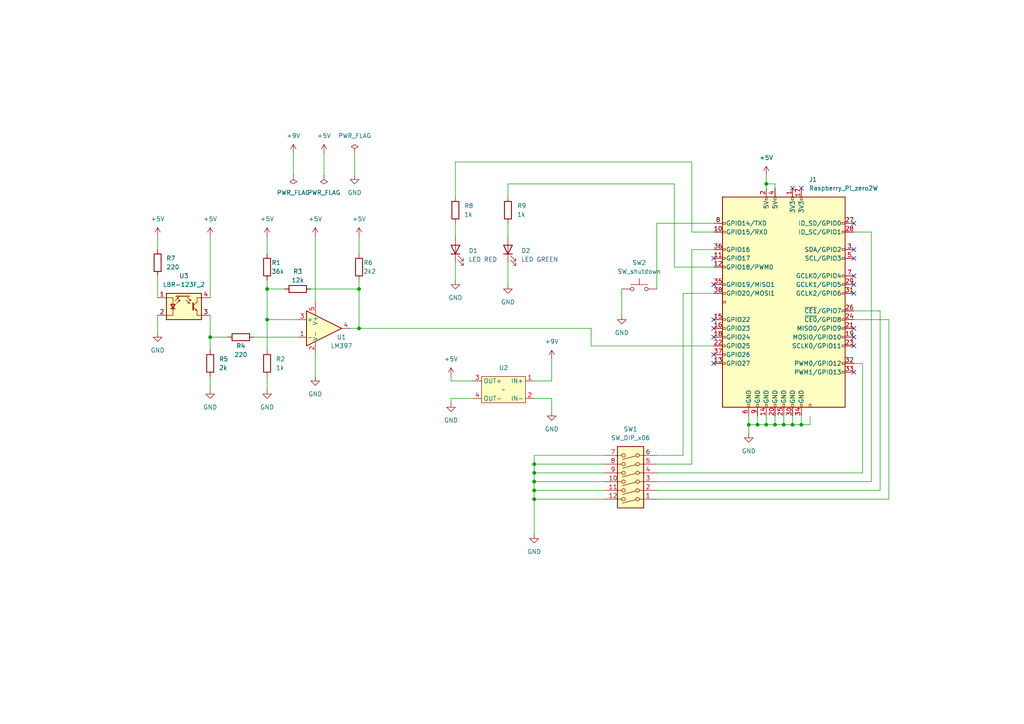
<source format=kicad_sch>
(kicad_sch (version 20230121) (generator eeschema)
  (paper "A4")
  (title_block (title "FILM MAGAZINE") (rev "1") (company "frogman crafts"))
  (lib_symbols
    (symbol "Comparator:LM397" (pin_names (offset 0.127))
      (property "Reference" "U" (at 1.27 5.08 0))
      (property "Value" "LM397" (at 3.81 -5.08 0))
      (symbol "LM397_0_1"
        (polyline (pts (xy -5.08 5.08) (xy 5.08 0) (xy -5.08 -5.08) (xy -5.08 5.08)) (stroke (width 0.254)) (fill (type background)))
      )
      (symbol "LM397_1_1"
        (pin input line (at -7.62 -2.54 0) (length 2.54) (name "-") (number "1"))
        (pin power_in line (at -2.54 -7.62 90) (length 3.81) (name "V-") (number "2"))
        (pin input line (at -7.62 2.54 0) (length 2.54) (name "+") (number "3"))
        (pin open_collector line (at 7.62 0 180) (length 2.54) (name "~") (number "4"))
        (pin power_in line (at -2.54 7.62 270) (length 3.81) (name "V+") (number "5"))
      )
    )
    (symbol "Device:LED" (pin_numbers hide) (pin_names (offset 1.016) hide)
      (property "Reference" "D" (at 0 2.54 0))
      (property "Value" "LED" (at 0 -2.54 0))
      (symbol "LED_0_1"
        (polyline (pts (xy -1.27 -1.27) (xy -1.27 1.27)) (stroke (width 0.254)))
        (polyline (pts (xy -1.27 0) (xy 1.27 0)))
        (polyline (pts (xy 1.27 -1.27) (xy 1.27 1.27) (xy -1.27 0) (xy 1.27 -1.27)) (stroke (width 0.254)))
        (polyline (pts (xy -3.048 -0.762) (xy -4.572 -2.286) (xy -3.81 -2.286) (xy -4.572 -2.286) (xy -4.572 -1.524)))
        (polyline (pts (xy -1.778 -0.762) (xy -3.302 -2.286) (xy -2.54 -2.286) (xy -3.302 -2.286) (xy -3.302 -1.524)))
      )
      (symbol "LED_1_1"
        (pin passive line (at -3.81 0 0) (length 2.54) (name "K") (number "1"))
        (pin passive line (at 3.81 0 180) (length 2.54) (name "A") (number "2"))
      )
    )
    (symbol "Device:R" (pin_numbers hide) (pin_names (offset 0))
      (property "Reference" "R" (at 2.032 0 90))
      (property "Value" "R" (at 0 0 90))
      (symbol "R_0_1"
        (rectangle (start -1.016 -2.54) (end 1.016 2.54) (stroke (width 0.254)))
      )
      (symbol "R_1_1"
        (pin passive line (at 0 3.81 270) (length 1.27) (name "~") (number "1"))
        (pin passive line (at 0 -3.81 90) (length 1.27) (name "~") (number "2"))
      )
    )
    (symbol "Switch:SW_DIP_x06" (pin_names (offset 0) hide)
      (property "Reference" "SW" (at 0 11.43 0))
      (property "Value" "SW_DIP_x06" (at 0 -8.89 0))
      (symbol "SW_DIP_x06_0_0"
        (circle (center -2.032 -5.08) (radius 0.508))
        (circle (center -2.032 -2.54) (radius 0.508))
        (circle (center -2.032 0) (radius 0.508))
        (circle (center -2.032 2.54) (radius 0.508))
        (circle (center -2.032 5.08) (radius 0.508))
        (circle (center -2.032 7.62) (radius 0.508))
        (polyline (pts (xy -1.524 -4.9276) (xy 2.3622 -3.8862)))
        (polyline (pts (xy -1.524 -2.3876) (xy 2.3622 -1.3462)))
        (polyline (pts (xy -1.524 0.127) (xy 2.3622 1.1684)))
        (polyline (pts (xy -1.524 2.667) (xy 2.3622 3.7084)))
        (polyline (pts (xy -1.524 5.207) (xy 2.3622 6.2484)))
        (polyline (pts (xy -1.524 7.747) (xy 2.3622 8.7884)))
        (circle (center 2.032 -5.08) (radius 0.508))
        (circle (center 2.032 -2.54) (radius 0.508))
        (circle (center 2.032 0) (radius 0.508))
        (circle (center 2.032 2.54) (radius 0.508))
        (circle (center 2.032 5.08) (radius 0.508))
        (circle (center 2.032 7.62) (radius 0.508))
      )
      (symbol "SW_DIP_x06_0_1"
        (rectangle (start -3.81 10.16) (end 3.81 -7.62) (stroke (width 0.254)) (fill (type background)))
      )
      (symbol "SW_DIP_x06_1_1"
        (pin passive line (at -7.62 7.62 0) (length 5.08) (name "~") (number "1"))
        (pin passive line (at 7.62 2.54 180) (length 5.08) (name "~") (number "10"))
        (pin passive line (at 7.62 5.08 180) (length 5.08) (name "~") (number "11"))
        (pin passive line (at 7.62 7.62 180) (length 5.08) (name "~") (number "12"))
        (pin passive line (at -7.62 5.08 0) (length 5.08) (name "~") (number "2"))
        (pin passive line (at -7.62 2.54 0) (length 5.08) (name "~") (number "3"))
        (pin passive line (at -7.62 0 0) (length 5.08) (name "~") (number "4"))
        (pin passive line (at -7.62 -2.54 0) (length 5.08) (name "~") (number "5"))
        (pin passive line (at -7.62 -5.08 0) (length 5.08) (name "~") (number "6"))
        (pin passive line (at 7.62 -5.08 180) (length 5.08) (name "~") (number "7"))
        (pin passive line (at 7.62 -2.54 180) (length 5.08) (name "~") (number "8"))
        (pin passive line (at 7.62 0 180) (length 5.08) (name "~") (number "9"))
      )
    )
    (symbol "Switch:SW_Push" (pin_numbers hide) (pin_names (offset 1.016) hide)
      (property "Reference" "SW" (at 1.27 2.54 0))
      (property "Value" "SW_Push" (at 0 -1.524 0))
      (symbol "SW_Push_0_1"
        (circle (center -2.032 0) (radius 0.508))
        (polyline (pts (xy 0 1.27) (xy 0 3.048)))
        (polyline (pts (xy 2.54 1.27) (xy -2.54 1.27)))
        (circle (center 2.032 0) (radius 0.508))
        (pin passive line (at -5.08 0 0) (length 2.54) (name "1") (number "1"))
        (pin passive line (at 5.08 0 180) (length 2.54) (name "2") (number "2"))
      )
    )
    (symbol "crockwork_cinecamera:LBR-123F_2" (pin_names (offset 0.0254) hide)
      (property "Reference" "U" (at -3.81 5.08 0))
      (property "Value" "LBR-123F_2" (at 15.24 5.08 0))
      (symbol "LBR-123F_2_0_1"
        (polyline (pts (xy -3.81 -0.635) (xy -2.54 -0.635)) (stroke (width 0.254)))
        (polyline (pts (xy -2.286 2.921) (xy -2.032 3.175)))
        (polyline (pts (xy -1.778 2.921) (xy -1.524 3.175)))
        (polyline (pts (xy -1.524 2.667) (xy -1.651 2.159)))
        (polyline (pts (xy -1.27 2.921) (xy -1.016 3.175)))
        (polyline (pts (xy -1.143 1.905) (xy -1.27 1.397)))
        (polyline (pts (xy -0.762 2.921) (xy -0.508 3.175)))
        (polyline (pts (xy -0.254 2.921) (xy 0 3.175)))
        (polyline (pts (xy 0.254 2.921) (xy 0.508 3.175)))
        (polyline (pts (xy 0.762 2.921) (xy 1.016 3.175)))
        (polyline (pts (xy 1.27 2.921) (xy 1.524 3.175)))
        (polyline (pts (xy 1.651 0.889) (xy 1.143 1.016)))
        (polyline (pts (xy 1.778 2.921) (xy -2.413 2.921)))
        (polyline (pts (xy 2.032 1.651) (xy 1.524 1.778)))
        (polyline (pts (xy 2.667 0.254) (xy 3.81 1.27)))
        (polyline (pts (xy 2.794 -0.254) (xy 3.429 -0.889)))
        (polyline (pts (xy -2.54 1.651) (xy -1.524 2.667) (xy -2.032 2.54)))
        (polyline (pts (xy -2.159 0.889) (xy -1.143 1.905) (xy -1.651 1.778)))
        (polyline (pts (xy 0.635 1.905) (xy 1.651 0.889) (xy 1.524 1.397)))
        (polyline (pts (xy 1.016 2.667) (xy 2.032 1.651) (xy 1.905 2.159)))
        (polyline (pts (xy 2.667 1.016) (xy 2.667 -1.016) (xy 2.667 -1.016)) (stroke (width 0.3556)))
        (polyline (pts (xy 3.81 -1.27) (xy 3.81 -2.54) (xy 5.08 -2.54)))
        (polyline (pts (xy 3.81 1.27) (xy 3.81 2.54) (xy 5.08 2.54)))
        (polyline (pts (xy -5.08 -2.54) (xy -3.175 -2.54) (xy -3.175 2.54) (xy -5.08 2.54)))
        (polyline (pts (xy -3.175 -0.635) (xy -3.81 0.635) (xy -2.54 0.635) (xy -3.175 -0.635)) (stroke (width 0.254)))
        (polyline (pts (xy 3.81 -1.27) (xy 3.556 -0.762) (xy 3.302 -1.016) (xy 3.81 -1.27)))
        (polyline (pts (xy -5.08 -3.81) (xy 5.08 -3.81) (xy 5.08 3.81) (xy -5.08 3.81) (xy -5.08 -3.81)) (stroke (width 0.254)) (fill (type background)))
      )
      (symbol "LBR-123F_2_1_1"
        (pin input line (at -7.62 2.54 0) (length 2.54) (name "A") (number "1"))
        (pin power_in line (at -7.62 -2.54 0) (length 2.54) (name "K") (number "2"))
        (pin output line (at 7.62 -2.54 180) (length 2.54) (name "~") (number "3"))
        (pin power_in line (at 7.62 2.54 180) (length 2.54) (name "~") (number "4"))
      )
    )
    (symbol "crockwork_cinecamera:MP2307_DC-DC_converter_board"
      (property "Reference" "U" (at 1.27 5.08 0))
      (symbol "MP2307_DC-DC_converter_board_1_1"
        (rectangle (start -6.35 3.81) (end 6.35 -3.81) (fill (type background)))
        (pin power_in line (at 8.89 2.54 180) (length 2.54) (name "IN+") (number "1"))
        (pin power_in line (at 8.89 -2.54 180) (length 2.54) (name "IN-") (number "2"))
        (pin power_in line (at -8.89 2.54 0) (length 2.54) (name "OUT+") (number "3"))
        (pin power_in line (at -8.89 -2.54 0) (length 2.54) (name "OUT-") (number "4"))
      )
    )
    (symbol "crockwork_cinecamera:Raspberry_Pi_Zero2W_2x19" (pin_names (offset 1.016))
      (property "Reference" "J" (at -17.78 31.75 0))
      (property "Value" "Raspberry_Pi_zero2W" (at 10.16 -31.75 0))
      (symbol "Raspberry_Pi_Zero2W_2x19_0_1"
        (rectangle (start -17.78 30.48) (end 17.78 -30.48) (stroke (width 0.254)) (fill (type background)))
      )
      (symbol "Raspberry_Pi_Zero2W_2x19_1_1"
        (rectangle (start -16.891 -17.526) (end -17.78 -18.034))
        (rectangle (start -16.891 -14.986) (end -17.78 -15.494))
        (rectangle (start -16.891 -12.446) (end -17.78 -12.954))
        (rectangle (start -16.891 -9.906) (end -17.78 -10.414))
        (rectangle (start -16.891 -7.366) (end -17.78 -7.874))
        (rectangle (start -16.891 -4.826) (end -17.78 -5.334))
        (rectangle (start -16.891 0.254) (end -17.78 -0.254))
        (rectangle (start -16.891 2.794) (end -17.78 2.286))
        (rectangle (start -16.891 5.334) (end -17.78 4.826))
        (rectangle (start -16.891 10.414) (end -17.78 9.906))
        (rectangle (start -16.891 12.954) (end -17.78 12.446))
        (rectangle (start -16.891 15.494) (end -17.78 14.986))
        (rectangle (start -16.891 20.574) (end -17.78 20.066))
        (rectangle (start -16.891 23.114) (end -17.78 22.606))
        (rectangle (start -10.414 -29.591) (end -9.906 -30.48))
        (rectangle (start -7.874 -29.591) (end -7.366 -30.48))
        (rectangle (start -5.334 -29.591) (end -4.826 -30.48))
        (rectangle (start -5.334 30.48) (end -4.826 29.591))
        (rectangle (start -2.794 -29.591) (end -2.286 -30.48))
        (rectangle (start -2.794 30.48) (end -2.286 29.591))
        (rectangle (start -0.254 -29.591) (end 0.254 -30.48))
        (rectangle (start 2.286 -29.591) (end 2.794 -30.48))
        (rectangle (start 2.286 30.48) (end 2.794 29.591))
        (rectangle (start 4.826 -29.591) (end 5.334 -30.48))
        (rectangle (start 4.826 30.48) (end 5.334 29.591))
        (rectangle (start 7.366 -29.591) (end 7.874 -30.48))
        (rectangle (start 17.78 -20.066) (end 16.891 -20.574))
        (rectangle (start 17.78 -17.526) (end 16.891 -18.034))
        (rectangle (start 17.78 -12.446) (end 16.891 -12.954))
        (rectangle (start 17.78 -9.906) (end 16.891 -10.414))
        (rectangle (start 17.78 -7.366) (end 16.891 -7.874))
        (rectangle (start 17.78 -4.826) (end 16.891 -5.334))
        (rectangle (start 17.78 -2.286) (end 16.891 -2.794))
        (rectangle (start 17.78 2.794) (end 16.891 2.286))
        (rectangle (start 17.78 5.334) (end 16.891 4.826))
        (rectangle (start 17.78 7.874) (end 16.891 7.366))
        (rectangle (start 17.78 12.954) (end 16.891 12.446))
        (rectangle (start 17.78 15.494) (end 16.891 14.986))
        (rectangle (start 17.78 20.574) (end 16.891 20.066))
        (rectangle (start 17.78 23.114) (end 16.891 22.606))
        (pin power_in line (at 2.54 33.02 270) (length 2.54) (name "3V3") (number "1"))
        (pin bidirectional line (at -20.32 20.32 0) (length 2.54) (name "GPIO15/RXD") (number "10"))
        (pin bidirectional line (at -20.32 12.7 0) (length 2.54) (name "GPIO17") (number "11"))
        (pin bidirectional line (at -20.32 10.16 0) (length 2.54) (name "GPIO18/PWM0") (number "12"))
        (pin bidirectional line (at -20.32 -17.78 0) (length 2.54) (name "GPIO27") (number "13"))
        (pin power_in line (at -5.08 -33.02 90) (length 2.54) (name "GND") (number "14"))
        (pin bidirectional line (at -20.32 -5.08 0) (length 2.54) (name "GPIO22") (number "15"))
        (pin bidirectional line (at -20.32 -7.62 0) (length 2.54) (name "GPIO23") (number "16"))
        (pin power_in line (at 5.08 33.02 270) (length 2.54) (name "3V3") (number "17"))
        (pin bidirectional line (at -20.32 -10.16 0) (length 2.54) (name "GPIO24") (number "18"))
        (pin bidirectional line (at 20.32 -10.16 180) (length 2.54) (name "MOSI0/GPIO10") (number "19"))
        (pin power_in line (at -5.08 33.02 270) (length 2.54) (name "5V") (number "2"))
        (pin power_in line (at -2.54 -33.02 90) (length 2.54) (name "GND") (number "20"))
        (pin bidirectional line (at 20.32 -7.62 180) (length 2.54) (name "MISO0/GPIO9") (number "21"))
        (pin bidirectional line (at -20.32 -12.7 0) (length 2.54) (name "GPIO25") (number "22"))
        (pin bidirectional line (at 20.32 -12.7 180) (length 2.54) (name "SCLK0/GPIO11") (number "23"))
        (pin bidirectional line (at 20.32 -5.08 180) (length 2.54) (name "~{CE0}/GPIO8") (number "24"))
        (pin power_in line (at 0 -33.02 90) (length 2.54) (name "GND") (number "25"))
        (pin bidirectional line (at 20.32 -2.54 180) (length 2.54) (name "~{CE1}/GPIO7") (number "26"))
        (pin bidirectional line (at 20.32 22.86 180) (length 2.54) (name "ID_SD/GPIO0") (number "27"))
        (pin bidirectional line (at 20.32 20.32 180) (length 2.54) (name "ID_SC/GPIO1") (number "28"))
        (pin bidirectional line (at 20.32 5.08 180) (length 2.54) (name "GCLK1/GPIO5") (number "29"))
        (pin bidirectional line (at 20.32 15.24 180) (length 2.54) (name "SDA/GPIO2") (number "3"))
        (pin power_in line (at 2.54 -33.02 90) (length 2.54) (name "GND") (number "30"))
        (pin bidirectional line (at 20.32 2.54 180) (length 2.54) (name "GCLK2/GPIO6") (number "31"))
        (pin bidirectional line (at 20.32 -17.78 180) (length 2.54) (name "PWM0/GPIO12") (number "32"))
        (pin bidirectional line (at 20.32 -20.32 180) (length 2.54) (name "PWM1/GPIO13") (number "33"))
        (pin power_in line (at 5.08 -33.02 90) (length 2.54) (name "GND") (number "34"))
        (pin bidirectional line (at -20.32 5.08 0) (length 2.54) (name "GPIO19/MISO1") (number "35"))
        (pin bidirectional line (at -20.32 15.24 0) (length 2.54) (name "GPIO16") (number "36"))
        (pin bidirectional line (at -20.32 -15.24 0) (length 2.54) (name "GPIO26") (number "37"))
        (pin bidirectional line (at -20.32 2.54 0) (length 2.54) (name "GPIO20/MOSI1") (number "38"))
        (pin power_in line (at -2.54 33.02 270) (length 2.54) (name "5V") (number "4"))
        (pin bidirectional line (at 20.32 12.7 180) (length 2.54) (name "SCL/GPIO3") (number "5"))
        (pin power_in line (at -10.16 -33.02 90) (length 2.54) (name "GND") (number "6"))
        (pin bidirectional line (at 20.32 7.62 180) (length 2.54) (name "GCLK0/GPIO4") (number "7"))
        (pin bidirectional line (at -20.32 22.86 0) (length 2.54) (name "GPIO14/TXD") (number "8"))
        (pin power_in line (at -7.62 -33.02 90) (length 2.54) (name "GND") (number "9"))
      )
    )
    (symbol "power:+5V" (power) (pin_names (offset 0))
      (property "Value" "+5V" (at 0 3.556 0))
      (symbol "+5V_0_1"
        (polyline (pts (xy -0.762 1.27) (xy 0 2.54)))
        (polyline (pts (xy 0 0) (xy 0 2.54)))
        (polyline (pts (xy 0 2.54) (xy 0.762 1.27)))
      )
      (symbol "+5V_1_1"
        (pin power_in line (at 0 0 90) (length 0) hide (name "+5V") (number "1"))
      )
    )
    (symbol "power:+9V" (power) (pin_names (offset 0))
      (property "Value" "+9V" (at 0 3.556 0))
      (symbol "+9V_0_1"
        (polyline (pts (xy -0.762 1.27) (xy 0 2.54)))
        (polyline (pts (xy 0 0) (xy 0 2.54)))
        (polyline (pts (xy 0 2.54) (xy 0.762 1.27)))
      )
      (symbol "+9V_1_1"
        (pin power_in line (at 0 0 90) (length 0) hide (name "+9V") (number "1"))
      )
    )
    (symbol "power:GND" (power) (pin_names (offset 0))
      (property "Value" "GND" (at 0 -3.81 0))
      (symbol "GND_0_1"
        (polyline (pts (xy 0 0) (xy 0 -1.27) (xy 1.27 -1.27) (xy 0 -2.54) (xy -1.27 -1.27) (xy 0 -1.27)))
      )
      (symbol "GND_1_1"
        (pin power_in line (at 0 0 270) (length 0) hide (name "GND") (number "1"))
      )
    )
    (symbol "power:PWR_FLAG" (power) (pin_numbers hide) (pin_names (offset 0) hide)
      (property "Value" "PWR_FLAG" (at 0 3.81 0))
      (symbol "PWR_FLAG_0_0"
        (pin power_out line (at 0 0 90) (length 0) (name "pwr") (number "1"))
      )
      (symbol "PWR_FLAG_0_1"
        (polyline (pts (xy 0 0) (xy 0 1.27) (xy -1.016 1.905) (xy 0 2.54) (xy 1.016 1.905) (xy 0 1.27)))
      )
    )
  )
  (junction (at 222.25 53.34))
  (junction (at 104.14 95.25))
  (junction (at 154.94 134.62))
  (junction (at 217.17 123.19))
  (junction (at 219.71 123.19))
  (junction (at 154.94 142.24))
  (junction (at 154.94 139.7))
  (junction (at 77.47 83.82))
  (junction (at 154.94 137.16))
  (junction (at 222.25 123.19))
  (junction (at 77.47 92.71))
  (junction (at 232.41 123.19))
  (junction (at 104.14 83.82))
  (junction (at 154.94 144.78))
  (junction (at 227.33 123.19))
  (junction (at 224.79 123.19))
  (junction (at 229.87 123.19))
  (junction (at 60.96 97.79))
  (no_connect (at 247.65 64.77))
  (no_connect (at 247.65 107.95))
  (no_connect (at 207.01 95.25))
  (no_connect (at 207.01 74.93))
  (no_connect (at 247.65 97.79))
  (no_connect (at 247.65 85.09))
  (no_connect (at 229.87 54.61))
  (no_connect (at 247.65 72.39))
  (no_connect (at 207.01 97.79))
  (no_connect (at 247.65 95.25))
  (no_connect (at 207.01 102.87))
  (no_connect (at 247.65 100.33))
  (no_connect (at 207.01 105.41))
  (no_connect (at 207.01 82.55))
  (no_connect (at 247.65 80.01))
  (no_connect (at 207.01 92.71))
  (no_connect (at 247.65 82.55))
  (no_connect (at 232.41 54.61))
  (no_connect (at 247.65 74.93))
  (wire (pts (xy 91.44 102.87) (xy 91.44 109.22)))
  (wire (pts (xy 190.5 137.16) (xy 250.19 137.16)))
  (wire (pts (xy 227.33 120.65) (xy 227.33 123.19)))
  (wire (pts (xy 171.45 95.25) (xy 104.14 95.25)))
  (wire (pts (xy 190.5 134.62) (xy 200.66 134.62)))
  (wire (pts (xy 60.96 97.79) (xy 66.04 97.79)))
  (wire (pts (xy 60.96 97.79) (xy 60.96 101.6)))
  (wire (pts (xy 160.02 115.57) (xy 160.02 119.38)))
  (wire (pts (xy 232.41 120.65) (xy 232.41 123.19)))
  (wire (pts (xy 234.95 123.19) (xy 234.95 120.65)))
  (wire (pts (xy 77.47 83.82) (xy 77.47 92.71)))
  (wire (pts (xy 77.47 81.28) (xy 77.47 83.82)))
  (wire (pts (xy 154.94 137.16) (xy 175.26 137.16)))
  (wire (pts (xy 217.17 123.19) (xy 217.17 125.73)))
  (wire (pts (xy 255.27 90.17) (xy 247.65 90.17)))
  (wire (pts (xy 154.94 144.78) (xy 154.94 142.24)))
  (wire (pts (xy 77.47 83.82) (xy 82.55 83.82)))
  (wire (pts (xy 102.87 44.45) (xy 102.87 50.8)))
  (wire (pts (xy 257.81 92.71) (xy 257.81 144.78)))
  (wire (pts (xy 154.94 110.49) (xy 160.02 110.49)))
  (wire (pts (xy 91.44 68.58) (xy 91.44 87.63)))
  (wire (pts (xy 222.25 120.65) (xy 222.25 123.19)))
  (wire (pts (xy 217.17 123.19) (xy 219.71 123.19)))
  (wire (pts (xy 154.94 142.24) (xy 175.26 142.24)))
  (wire (pts (xy 224.79 53.34) (xy 224.79 54.61)))
  (wire (pts (xy 198.12 85.09) (xy 207.01 85.09)))
  (wire (pts (xy 130.81 109.22) (xy 130.81 110.49)))
  (wire (pts (xy 190.5 64.77) (xy 207.01 64.77)))
  (wire (pts (xy 207.01 67.31) (xy 200.66 67.31)))
  (wire (pts (xy 222.25 53.34) (xy 222.25 54.61)))
  (wire (pts (xy 195.58 53.34) (xy 147.32 53.34)))
  (wire (pts (xy 77.47 92.71) (xy 77.47 101.6)))
  (wire (pts (xy 93.98 44.45) (xy 93.98 50.8)))
  (wire (pts (xy 195.58 77.47) (xy 195.58 53.34)))
  (wire (pts (xy 132.08 76.2) (xy 132.08 81.28)))
  (wire (pts (xy 154.94 132.08) (xy 175.26 132.08)))
  (wire (pts (xy 45.72 91.44) (xy 45.72 96.52)))
  (wire (pts (xy 255.27 90.17) (xy 255.27 142.24)))
  (wire (pts (xy 132.08 64.77) (xy 132.08 68.58)))
  (wire (pts (xy 229.87 120.65) (xy 229.87 123.19)))
  (wire (pts (xy 147.32 64.77) (xy 147.32 68.58)))
  (wire (pts (xy 217.17 120.65) (xy 217.17 123.19)))
  (wire (pts (xy 247.65 92.71) (xy 257.81 92.71)))
  (wire (pts (xy 101.6 95.25) (xy 104.14 95.25)))
  (wire (pts (xy 171.45 100.33) (xy 171.45 95.25)))
  (wire (pts (xy 77.47 92.71) (xy 86.36 92.71)))
  (wire (pts (xy 219.71 120.65) (xy 219.71 123.19)))
  (wire (pts (xy 250.19 105.41) (xy 247.65 105.41)))
  (wire (pts (xy 154.94 139.7) (xy 175.26 139.7)))
  (wire (pts (xy 190.5 142.24) (xy 255.27 142.24)))
  (wire (pts (xy 252.73 139.7) (xy 252.73 67.31)))
  (wire (pts (xy 195.58 77.47) (xy 207.01 77.47)))
  (wire (pts (xy 154.94 144.78) (xy 154.94 154.94)))
  (wire (pts (xy 154.94 134.62) (xy 154.94 137.16)))
  (wire (pts (xy 45.72 68.58) (xy 45.72 72.39)))
  (wire (pts (xy 154.94 132.08) (xy 154.94 134.62)))
  (wire (pts (xy 147.32 57.15) (xy 147.32 53.34)))
  (wire (pts (xy 222.25 50.8) (xy 222.25 53.34)))
  (wire (pts (xy 154.94 134.62) (xy 175.26 134.62)))
  (wire (pts (xy 200.66 72.39) (xy 207.01 72.39)))
  (wire (pts (xy 229.87 123.19) (xy 232.41 123.19)))
  (wire (pts (xy 232.41 123.19) (xy 234.95 123.19)))
  (wire (pts (xy 190.5 139.7) (xy 252.73 139.7)))
  (wire (pts (xy 224.79 123.19) (xy 227.33 123.19)))
  (wire (pts (xy 154.94 139.7) (xy 154.94 142.24)))
  (wire (pts (xy 137.16 115.57) (xy 130.81 115.57)))
  (wire (pts (xy 130.81 115.57) (xy 130.81 116.84)))
  (wire (pts (xy 104.14 83.82) (xy 104.14 95.25)))
  (wire (pts (xy 60.96 68.58) (xy 60.96 86.36)))
  (wire (pts (xy 224.79 120.65) (xy 224.79 123.19)))
  (wire (pts (xy 252.73 67.31) (xy 247.65 67.31)))
  (wire (pts (xy 154.94 115.57) (xy 160.02 115.57)))
  (wire (pts (xy 90.17 83.82) (xy 104.14 83.82)))
  (wire (pts (xy 190.5 132.08) (xy 198.12 132.08)))
  (wire (pts (xy 250.19 137.16) (xy 250.19 105.41)))
  (wire (pts (xy 200.66 72.39) (xy 200.66 134.62)))
  (wire (pts (xy 85.09 44.45) (xy 85.09 50.8)))
  (wire (pts (xy 180.34 83.82) (xy 180.34 91.44)))
  (wire (pts (xy 60.96 109.22) (xy 60.96 113.03)))
  (wire (pts (xy 222.25 123.19) (xy 224.79 123.19)))
  (wire (pts (xy 207.01 100.33) (xy 171.45 100.33)))
  (wire (pts (xy 132.08 46.99) (xy 200.66 46.99)))
  (wire (pts (xy 160.02 110.49) (xy 160.02 104.14)))
  (wire (pts (xy 190.5 83.82) (xy 190.5 64.77)))
  (wire (pts (xy 137.16 110.49) (xy 130.81 110.49)))
  (wire (pts (xy 104.14 81.28) (xy 104.14 83.82)))
  (wire (pts (xy 104.14 68.58) (xy 104.14 73.66)))
  (wire (pts (xy 132.08 46.99) (xy 132.08 57.15)))
  (wire (pts (xy 227.33 123.19) (xy 229.87 123.19)))
  (wire (pts (xy 45.72 80.01) (xy 45.72 86.36)))
  (wire (pts (xy 154.94 137.16) (xy 154.94 139.7)))
  (wire (pts (xy 200.66 67.31) (xy 200.66 46.99)))
  (wire (pts (xy 60.96 91.44) (xy 60.96 97.79)))
  (wire (pts (xy 73.66 97.79) (xy 86.36 97.79)))
  (wire (pts (xy 77.47 68.58) (xy 77.47 73.66)))
  (wire (pts (xy 147.32 76.2) (xy 147.32 82.55)))
  (wire (pts (xy 77.47 109.22) (xy 77.47 113.03)))
  (wire (pts (xy 154.94 144.78) (xy 175.26 144.78)))
  (wire (pts (xy 198.12 85.09) (xy 198.12 132.08)))
  (wire (pts (xy 222.25 53.34) (xy 224.79 53.34)))
  (wire (pts (xy 219.71 123.19) (xy 222.25 123.19)))
  (wire (pts (xy 190.5 144.78) (xy 257.81 144.78)))
  (symbol (lib_id "power:+5V") (at 60.96 68.58 0) (unit 1)
    (property "Reference" "#PWR013" (effects hide))
    (property "Value" "+5V" (at 60.96 63.5 0))
  )
  (symbol (lib_id "Device:R") (at 60.96 105.41 0) (unit 1)
    (property "Reference" "R5" (at 63.5 104.14 0) (effects (justify left)))
    (property "Value" "2k" (at 63.5 106.68 0) (effects (justify left)))
    (property "Footprint" "Resistor_SMD:R_0805_2012Metric_Pad1.20x1.40mm_HandSolder" (effects hide))
  )
  (symbol (lib_id "crockwork_cinecamera:Raspberry_Pi_Zero2W_2x19") (at 227.33 87.63 0) (unit 1)
    (property "Reference" "J1" (at 234.6041 52.07 0) (effects (justify left)))
    (property "Value" "Raspberry_Pi_zero2W" (at 234.6041 54.61 0) (effects (justify left)))
    (property "Footprint" "Crockwork_Cinecamera:raspberry Pi socket 2x19" (effects hide))
    (property "Datasheet" "https://www.raspberrypi.org/documentation/hardware/raspberrypi/schematics/rpi_SCH_3bplus_1p0_reduced.pdf" (effects hide))
  )
  (symbol (lib_id "power:+9V") (at 160.02 104.14 0) (unit 1)
    (property "Reference" "#PWR011" (effects hide))
    (property "Value" "+9V" (at 160.02 99.06 0))
  )
  (symbol (lib_id "power:+5V") (at 77.47 68.58 0) (unit 1)
    (property "Reference" "#PWR08" (effects hide))
    (property "Value" "+5V" (at 77.47 63.5 0))
  )
  (symbol (lib_id "power:GND") (at 130.81 116.84 0) (unit 1)
    (property "Reference" "#PWR018" (effects hide))
    (property "Value" "GND" (at 130.81 121.92 0))
  )
  (symbol (lib_id "power:GND") (at 77.47 113.03 0) (unit 1)
    (property "Reference" "#PWR05" (effects hide))
    (property "Value" "GND" (at 77.47 118.11 0))
  )
  (symbol (lib_id "Device:LED") (at 147.32 72.39 90) (unit 1)
    (property "Reference" "D2" (at 151.13 72.7075 90) (effects (justify right)))
    (property "Value" "LED GREEN" (at 151.13 75.2475 90) (effects (justify right)))
    (property "Footprint" "LED_THT:LED_D3.0mm" (effects hide))
  )
  (symbol (lib_id "power:PWR_FLAG") (at 85.09 50.8 180) (unit 1)
    (property "Reference" "#FLG03" (effects hide))
    (property "Value" "PWR_FLAG" (at 85.09 55.88 0))
  )
  (symbol (lib_id "power:GND") (at 217.17 125.73 0) (unit 1)
    (property "Reference" "#PWR023" (effects hide))
    (property "Value" "GND" (at 217.17 130.81 0))
  )
  (symbol (lib_id "power:GND") (at 154.94 154.94 0) (unit 1)
    (property "Reference" "#PWR010" (effects hide))
    (property "Value" "GND" (at 154.94 160.02 0))
  )
  (symbol (lib_id "power:GND") (at 102.87 50.8 0) (unit 1)
    (property "Reference" "#PWR021" (effects hide))
    (property "Value" "GND" (at 102.87 55.88 0))
  )
  (symbol (lib_id "power:+5V") (at 130.81 109.22 0) (unit 1)
    (property "Reference" "#PWR012" (effects hide))
    (property "Value" "+5V" (at 130.81 104.14 0))
  )
  (symbol (lib_id "crockwork_cinecamera:LBR-123F_2") (at 53.34 88.9 0) (unit 1)
    (property "Reference" "U3" (at 53.34 80.01 0))
    (property "Value" "LBR-123F_2" (at 53.34 82.55 0))
    (property "Footprint" "Crockwork_Cinecamera:LBR-123F_2" (effects hide))
    (property "Datasheet" "https://akizukidenshi.com/goodsaffix/lbr-123f.pdf" (effects hide))
  )
  (symbol (lib_id "Switch:SW_Push") (at 185.42 83.82 0) (unit 1)
    (property "Reference" "SW2" (at 185.42 76.2 0))
    (property "Value" "SW_shutdown" (at 185.42 78.74 0))
    (property "Footprint" "Button_Switch_THT:SW_PUSH_6mm" (effects hide))
  )
  (symbol (lib_id "power:GND") (at 60.96 113.03 0) (unit 1)
    (property "Reference" "#PWR07" (effects hide))
    (property "Value" "GND" (at 60.96 118.11 0))
  )
  (symbol (lib_id "Switch:SW_DIP_x06") (at 182.88 137.16 180) (unit 1)
    (property "Reference" "SW1" (at 182.88 124.46 0))
    (property "Value" "SW_DIP_x06" (at 182.88 127 0))
    (property "Footprint" "Button_Switch_THT:SW_DIP_SPSTx06_Slide_9.78x17.42mm_W7.62mm_P2.54mm" (effects hide))
  )
  (symbol (lib_id "power:PWR_FLAG") (at 93.98 50.8 180) (unit 1)
    (property "Reference" "#FLG02" (effects hide))
    (property "Value" "PWR_FLAG" (at 93.98 55.88 0))
  )
  (symbol (lib_id "power:GND") (at 91.44 109.22 0) (unit 1)
    (property "Reference" "#PWR02" (effects hide))
    (property "Value" "GND" (at 91.44 114.3 0))
  )
  (symbol (lib_id "power:+5V") (at 222.25 50.8 0) (unit 1)
    (property "Reference" "#PWR03" (effects hide))
    (property "Value" "+5V" (at 222.25 45.72 0))
  )
  (symbol (lib_id "Device:R") (at 69.85 97.79 90) (unit 1)
    (property "Reference" "R4" (at 69.85 100.33 90))
    (property "Value" "220" (at 69.85 102.87 90))
    (property "Footprint" "Resistor_SMD:R_0805_2012Metric_Pad1.20x1.40mm_HandSolder" (effects hide))
  )
  (symbol (lib_id "Device:R") (at 147.32 60.96 0) (unit 1)
    (property "Reference" "R9" (at 149.9816 59.69 0) (effects (justify left)))
    (property "Value" "1k" (at 149.9816 62.23 0) (effects (justify left)))
    (property "Footprint" "Resistor_SMD:R_0805_2012Metric_Pad1.20x1.40mm_HandSolder" (effects hide))
  )
  (symbol (lib_id "Device:R") (at 86.36 83.82 90) (unit 1)
    (property "Reference" "R3" (at 86.36 78.74 90))
    (property "Value" "12k" (at 86.36 81.28 90))
    (property "Footprint" "Resistor_SMD:R_0805_2012Metric_Pad1.20x1.40mm_HandSolder" (effects hide))
  )
  (symbol (lib_id "Comparator:LM397") (at 93.98 95.25 0) (unit 1)
    (property "Reference" "U1" (at 99.06 97.79 0))
    (property "Value" "LM397" (at 99.06 100.33 0))
    (property "Footprint" "Package_TO_SOT_SMD:SOT-23-5" (effects hide))
    (property "Datasheet" "http://www.ti.com/lit/ds/symlink/lm397.pdf" (effects hide))
  )
  (symbol (lib_id "power:+5V") (at 104.14 68.58 0) (unit 1)
    (property "Reference" "#PWR04" (effects hide))
    (property "Value" "+5V" (at 104.14 63.5 0))
  )
  (symbol (lib_id "power:GND") (at 132.08 81.28 0) (unit 1)
    (property "Reference" "#PWR016" (effects hide))
    (property "Value" "GND" (at 132.08 86.36 0))
  )
  (symbol (lib_id "power:+5V") (at 45.72 68.58 0) (unit 1)
    (property "Reference" "#PWR014" (effects hide))
    (property "Value" "+5V" (at 45.72 63.5 0))
  )
  (symbol (lib_id "power:GND") (at 160.02 119.38 0) (unit 1)
    (property "Reference" "#PWR019" (effects hide))
    (property "Value" "GND" (at 160.02 124.46 0))
  )
  (symbol (lib_id "power:+5V") (at 93.98 44.45 0) (unit 1)
    (property "Reference" "#PWR015" (effects hide))
    (property "Value" "+5V" (at 93.98 39.37 0))
  )
  (symbol (lib_id "Device:R") (at 45.72 76.2 0) (unit 1)
    (property "Reference" "R7" (at 48.2107 74.93 0) (effects (justify left)))
    (property "Value" "220" (at 48.2107 77.47 0) (effects (justify left)))
    (property "Footprint" "Resistor_SMD:R_0805_2012Metric_Pad1.20x1.40mm_HandSolder" (effects hide))
  )
  (symbol (lib_id "Device:R") (at 77.47 77.47 0) (unit 1)
    (property "Reference" "R1" (at 78.74 76.2 0) (effects (justify left)))
    (property "Value" "36k" (at 78.74 78.74 0) (effects (justify left)))
    (property "Footprint" "Resistor_SMD:R_0805_2012Metric_Pad1.20x1.40mm_HandSolder" (effects hide))
  )
  (symbol (lib_id "power:GND") (at 45.72 96.52 0) (unit 1)
    (property "Reference" "#PWR09" (effects hide))
    (property "Value" "GND" (at 45.72 101.6 0))
  )
  (symbol (lib_id "Device:R") (at 104.14 77.47 0) (unit 1)
    (property "Reference" "R6" (at 105.41 76.2 0) (effects (justify left)))
    (property "Value" "2k2" (at 105.41 78.74 0) (effects (justify left)))
    (property "Footprint" "Resistor_SMD:R_0805_2012Metric_Pad1.20x1.40mm_HandSolder" (effects hide))
  )
  (symbol (lib_id "Device:LED") (at 132.08 72.39 90) (unit 1)
    (property "Reference" "D1" (at 135.89 72.7075 90) (effects (justify right)))
    (property "Value" "LED RED" (at 135.89 75.2475 90) (effects (justify right)))
    (property "Footprint" "LED_THT:LED_D3.0mm" (effects hide))
  )
  (symbol (lib_id "power:GND") (at 147.32 82.55 0) (unit 1)
    (property "Reference" "#PWR017" (effects hide))
    (property "Value" "GND" (at 147.32 87.63 0))
  )
  (symbol (lib_id "crockwork_cinecamera:MP2307_DC-DC_converter_board") (at 146.05 113.03 0) (unit 1)
    (property "Reference" "U2" (at 146.05 106.68 0))
    (property "Value" "~" (at 146.05 113.03 0))
    (property "Footprint" "Crockwork_Cinecamera:MP2307 DC-DC Board" (effects hide))
  )
  (symbol (lib_id "power:PWR_FLAG") (at 102.87 44.45 0) (unit 1)
    (property "Reference" "#FLG01" (effects hide))
    (property "Value" "PWR_FLAG" (at 102.87 39.37 0))
  )
  (symbol (lib_id "Device:R") (at 132.08 60.96 0) (unit 1)
    (property "Reference" "R8" (at 134.62 59.69 0) (effects (justify left)))
    (property "Value" "1k" (at 134.62 62.23 0) (effects (justify left)))
    (property "Footprint" "Resistor_SMD:R_0805_2012Metric_Pad1.20x1.40mm_HandSolder" (effects hide))
  )
  (symbol (lib_id "Device:R") (at 77.47 105.41 0) (unit 1)
    (property "Reference" "R2" (at 80.01 104.14 0) (effects (justify left)))
    (property "Value" "1k" (at 80.01 106.68 0) (effects (justify left)))
    (property "Footprint" "Resistor_SMD:R_0805_2012Metric_Pad1.20x1.40mm_HandSolder" (effects hide))
  )
  (symbol (lib_id "power:+5V") (at 91.44 68.58 0) (unit 1)
    (property "Reference" "#PWR06" (effects hide))
    (property "Value" "+5V" (at 91.44 63.5 0))
  )
  (symbol (lib_id "power:GND") (at 180.34 91.44 0) (unit 1)
    (property "Reference" "#PWR020" (effects hide))
    (property "Value" "GND" (at 180.34 96.52 0))
  )
  (symbol (lib_id "power:+9V") (at 85.09 44.45 0) (unit 1)
    (property "Reference" "#PWR022" (effects hide))
    (property "Value" "+9V" (at 85.09 39.37 0))
  )
)
</source>
